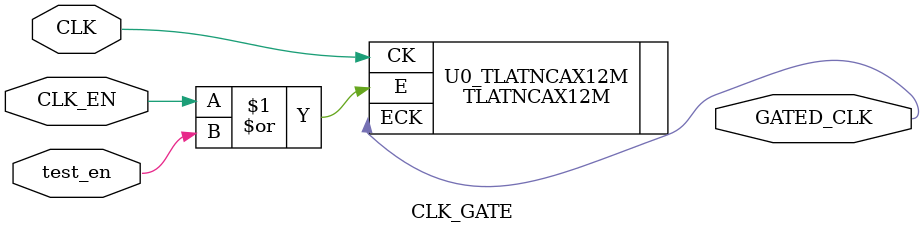
<source format=v>
module CLK_GATE(
input test_en,
input wire CLK,CLK_EN,
output wire GATED_CLK
);

TLATNCAX12M U0_TLATNCAX12M (
.E(CLK_EN|test_en),
.CK(CLK),
.ECK(GATED_CLK)
);

endmodule

</source>
